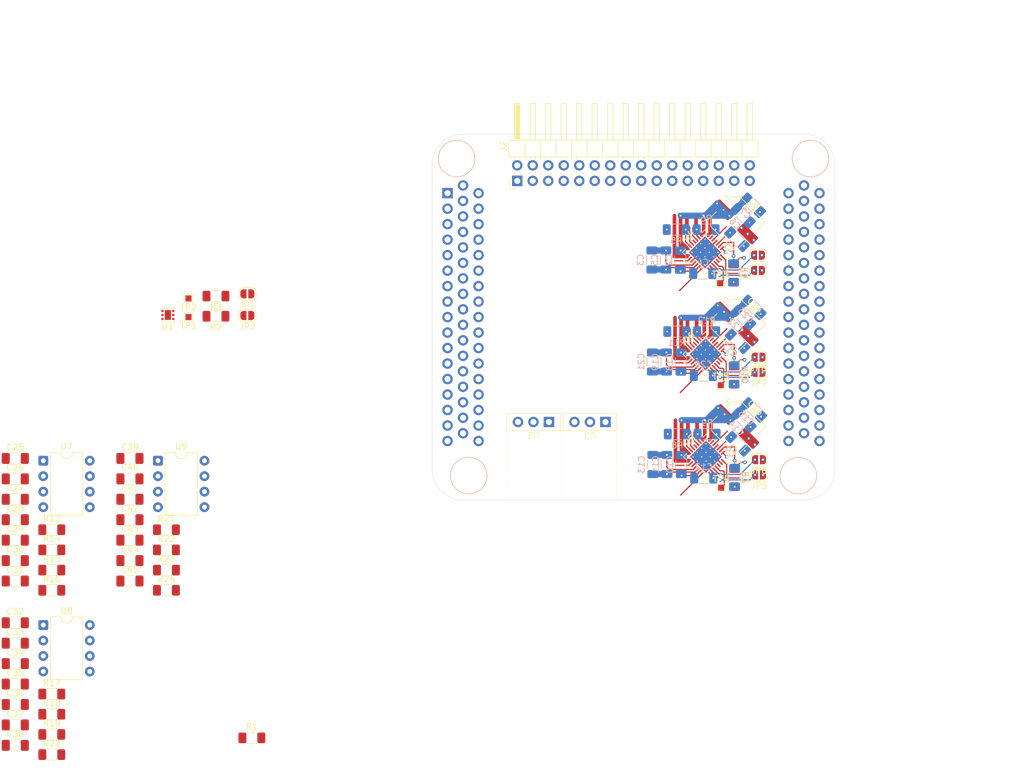
<source format=kicad_pcb>
(kicad_pcb (version 20241229) (generator "pcbnew") (generator_version "9.0")
  (layers (0 "F.Cu" signal) (4 "In1.Cu" power) (6 "In2.Cu" power) (2 "B.Cu" signal) (13 "F.Paste" user) (15 "B.Paste" user) (5 "F.SilkS" user "F.Silkscreen") (7 "B.SilkS" user "B.Silkscreen") (1 "F.Mask" user) (3 "B.Mask" user) (25 "Edge.Cuts" user))
  (net 0 "")
  (net 1 "GND")
  (net 2 "+3.3V")
  (net 3 "/Stepper Motor Driver - X/VCP")
  (net 4 "+MOTOR")
  (net 5 "Net-(U4-CPI)")
  (net 6 "Net-(U4-CPO)")
  (net 7 "Net-(U4-5VOUT)")
  (net 8 "/Stepper Motor Driver - Y/VCP")
  (net 9 "Net-(U5-CPO)")
  (net 10 "Net-(U5-CPI)")
  (net 11 "Net-(U5-5VOUT)")
  (net 12 "/Stepper Motor Driver - Z/VCP")
  (net 13 "Net-(U6-CPO)")
  (net 14 "Net-(U6-CPI)")
  (net 15 "Net-(U6-5VOUT)")
  (net 16 "Net-(D1-A)")
  (net 17 "Net-(D2-A)")
  (net 18 "Net-(D3-A)")
  (net 19 "+PLUGGED_BATTERY")
  (net 20 "+ENABLED_BATTERY")
  (net 21 "BATTERY_ENABLE")
  (net 22 "+PLUGGED_5V")
  (net 23 "+PLUGGED_3.3V")
  (net 24 "+5V")
  (net 25 "BURNWIRE_VOLTAGE")
  (net 26 "MOTOR_DRIVER_A1_X")
  (net 27 "MOTOR_DRIVER_A2_X")
  (net 28 "MOTOR_DRIVER_B1_X")
  (net 29 "MOTOR_DRIVER_B2_X")
  (net 30 "MOTOR_DRIVER_B1_Y")
  (net 31 "MOTOR_DRIVER_A1_Y")
  (net 32 "MOTOR_DRIVER_B2_Y")
  (net 33 "MOTOR_DRIVER_A2_Y")
  (net 34 "MOTOR_DRIVER_A1_Z")
  (net 35 "MOTOR_DRIVER_B1_Z")
  (net 36 "MOTOR_DRIVER_B2_Z")
  (net 37 "MOTOR_DRIVER_A2_Z")
  (net 41 "+BATT-1")
  (net 42 "MOTOR_STEP_X")
  (net 43 "MOTOR_STEP_Z")
  (net 45 "+TE-1")
  (net 48 "MOTOR_DIR_X")
  (net 50 "+BATT-2")
  (net 51 "MOTOR_STEP_Y")
  (net 54 "MOTOR_DIR_Y")
  (net 55 "MOTOR_DIR_Z")
  (net 56 "/Stepper Motor Driver - X/VREF")
  (net 57 "/Stepper Motor Driver - X/SPREAD")
  (net 58 "+TE-3")
  (net 62 "+GSE-1")
  (net 64 "+TE-RB")
  (net 65 "+TE-2")
  (net 66 "+GSE-2")
  (net 67 "+TE-RA")
  (net 135 "MOTOR_UART_TX")
  (net 136 "MOTOR_UART_RX")
  (net 137 "/Stepper Motor Driver - X/DISABLE")
  (net 138 "Net-(U4-BRB)")
  (net 139 "Net-(U4-BRA)")
  (net 140 "Net-(U5-BRB)")
  (net 141 "Net-(U5-BRA)")
  (net 142 "Net-(U6-BRB)")
  (net 143 "Net-(U6-BRA)")
  (net 144 "Net-(U4-DIAG)")
  (net 145 "Net-(U5-DIAG)")
  (net 146 "Net-(U6-DIAG)")
  (net 147 "Net-(JP3-B)")
  (net 150 "Net-(JP5-B)")
  (net 153 "Net-(JP4-B)")
  (net 155 "Net-(JP6-B)")
  (net 156 "Net-(JP7-B)")
  (net 158 "MOTOR_DISABLE")
  (net 159 "Net-(U7-OSC)")
  (net 160 "BURNWIRE_ENABLE")
  (net 161 "Net-(C29-Pad2)")
  (net 162 "Net-(U7-BOOT)")
  (net 163 "Net-(U8-OSC)")
  (net 164 "Net-(C36-Pad2)")
  (net 165 "Net-(U8-BOOT)")
  (net 166 "Net-(U9-OSC)")
  (net 167 "Net-(C43-Pad2)")
  (net 168 "Net-(U9-BOOT)")
  (net 169 "+BURNWIRE")
  (net 170 "Net-(U7-COMP)")
  (net 171 "Net-(U7-FB)")
  (net 172 "Net-(U8-COMP)")
  (net 173 "Net-(U8-FB)")
  (net 174 "Net-(U9-COMP)")
  (net 175 "Net-(U9-FB)")
  (net 176 "Net-(JP8-B)")
  (footprint "Capacitor_SMD:C_1206_3216Metric_Pad1.33x1.80mm_HandSolder" (layer "F.Cu") (at 48.68 166.88)
    (property "Reference" "C37")
    (property "Value" "10n")
  )
  (footprint "pcb:StackConnector" (layer "F.Cu") (at 150 100)
    (property "Reference" "J1" (hide yes))
    (property "Value" "~" (hide yes))
    (fp_line (start -33 25) (end -33 -25) (stroke (width 0.05)) (layer "Edge.Cuts"))
    (fp_line (start -28 -30) (end 28 -30) (stroke (width 0.05)) (layer "Edge.Cuts"))
    (fp_line (start 28 30) (end -28 30) (stroke (width 0.05)) (layer "Edge.Cuts"))
    (fp_line (start 33 -25) (end 33 25) (stroke (width 0.05)) (layer "Edge.Cuts"))
    (fp_arc (start -33 -25) (mid -31.535534 -28.535534) (end -28 -30) (stroke (width 0.05)) (layer "Edge.Cuts"))
    (fp_arc (start -28 30) (mid -31.535534 28.535534) (end -33 25) (stroke (width 0.05)) (layer "Edge.Cuts"))
    (fp_arc (start 28 -30) (mid 31.535534 -28.535534) (end 33 -25) (stroke (width 0.05)) (layer "Edge.Cuts"))
    (fp_arc (start 33 25) (mid 31.535534 28.535534) (end 28 30) (stroke (width 0.05)) (layer "Edge.Cuts"))
  )
  (footprint "Capacitor_SMD:C_1206_3216Metric_Pad1.33x1.80mm_HandSolder" (layer "F.Cu") (at 67.47 139.93)
    (property "Reference" "C44")
    (property "Value" "10n")
  )
  (footprint "Capacitor_SMD:C_1206_3216Metric_Pad1.33x1.80mm_HandSolder" (layer "F.Cu") (at 67.47 143.28)
    (property "Reference" "C45")
    (property "Value" "100n")
  )
  (footprint "LED_SMD:LED_1206_3216Metric_Pad1.42x1.75mm_HandSolder" (layer "F.Cu") (at 166.565166 126.321753 -90)
    (property "Reference" "D2")
    (property "Value" "YELLOW")
  )
  (footprint "Resistor_SMD:R_1206_3216Metric_Pad1.30x1.75mm_HandSolder" (layer "F.Cu") (at 54.66 141.49)
    (property "Reference" "R15")
    (property "Value" "0")
  )
  (footprint "Capacitor_SMD:CP_Elec_6.3x5.4" (layer "F.Cu") (at 166.820102 101.120101 -45)
    (property "Reference" "C24")
    (property "Value" "865080343009")
  )
  (footprint "Jumper:SolderJumper-2_P1.3mm_Open_RoundedPad1.0x1.5mm" (layer "F.Cu") (at 86.7175 99.745 180)
    (property "Reference" "JP2")
    (property "Value" "SolderJumper_2_Open")
  )
  (footprint "Resistor_SMD:R_1206_3216Metric_Pad1.30x1.75mm_HandSolder" (layer "F.Cu") (at 81.5675 96.555 180)
    (property "Reference" "R3")
    (property "Value" "20k")
  )
  (footprint "Capacitor_SMD:C_1206_3216Metric_Pad1.33x1.80mm_HandSolder" (layer "F.Cu") (at 48.68 123.18)
    (property "Reference" "C25")
    (property "Value" "1n")
  )
  (footprint "Resistor_SMD:R_1206_3216Metric_Pad1.30x1.75mm_HandSolder" (layer "F.Cu") (at 73.45 134.87)
    (property "Reference" "R21")
    (property "Value" "20k")
  )
  (footprint "Capacitor_SMD:CP_Elec_6.3x5.4" (layer "F.Cu") (at 166.893415 117.929354 -45)
    (property "Reference" "C16")
    (property "Value" "865080343009")
  )
  (footprint "pcb:Dummy" (layer "F.Cu") (at 150 100)
    (property "Reference" "N1" (hide yes))
    (property "Value" "Housing" (hide yes))
  )
  (footprint "Resistor_SMD:R_1206_3216Metric_Pad1.30x1.75mm_HandSolder" (layer "F.Cu") (at 81.5675 99.865 180)
    (property "Reference" "R2")
    (property "Value" "1k")
  )
  (footprint "Jumper:SolderJumper-2_P1.3mm_Open_RoundedPad1.0x1.5mm" (layer "F.Cu") (at 170.396447 92.346445 180)
    (property "Reference" "JP3" (hide yes))
    (property "Value" "SolderJumper_2_Open")
  )
  (footprint "pcb:D24V7Fx" (layer "F.Cu") (at 142.86 117.2 180)
    (property "Reference" "U3")
    (property "Value" "D24V7F3" (hide yes))
  )
  (footprint "Capacitor_SMD:C_1206_3216Metric_Pad1.33x1.80mm_HandSolder" (layer "F.Cu") (at 48.68 160.18)
    (property "Reference" "C35")
    (property "Value" "100n")
  )
  (footprint "Capacitor_SMD:C_1206_3216Metric_Pad1.33x1.80mm_HandSolder" (layer "F.Cu") (at 48.68 126.53)
    (property "Reference" "C26")
    (property "Value" "1n")
  )
  (footprint "Connector_PinHeader_2.54mm:PinHeader_2x16_P2.54mm_Horizontal" (layer "F.Cu") (at 130.945 77.66 90)
    (property "Reference" "J2")
    (property "Value" "PREC040DBAN-M71RC")
  )
  (footprint "Resistor_SMD:R_1206_3216Metric_Pad1.30x1.75mm_HandSolder" (layer "F.Cu") (at 73.45 141.49)
    (property "Reference" "R23")
    (property "Value" "0")
  )
  (footprint "Jumper:SolderJumper-2_P1.3mm_Open_RoundedPad1.0x1.5mm" (layer "F.Cu") (at 86.7175 96.195 180)
    (property "Reference" "JP1")
    (property "Value" "Jumper_2_Bridged")
  )
  (footprint "Capacitor_SMD:C_1206_3216Metric_Pad1.33x1.80mm_HandSolder" (layer "F.Cu") (at 67.47 123.18)
    (property "Reference" "C39")
    (property "Value" "1n")
  )
  (footprint "TestPoint:TestPoint_Pad_1.0x1.0mm" (layer "F.Cu") (at 77.0675 99.995 180)
    (property "Reference" "TP1")
    (property "Value" "TestPoint")
  )
  (footprint "Resistor_SMD:R_1206_3216Metric_Pad1.30x1.75mm_HandSolder" (layer "F.Cu") (at 54.66 138.18)
    (property "Reference" "R14")
    (property "Value" "9k1")
  )
  (footprint "Capacitor_SMD:C_1206_3216Metric_Pad1.33x1.80mm_HandSolder" (layer "F.Cu") (at 48.68 129.88)
    (property "Reference" "C27")
    (property "Value" "1n")
  )
  (footprint "TestPoint:TestPoint_Pad_1.0x1.0mm" (layer "F.Cu") (at 164.293073 111.171751)
    (property "Reference" "TP5")
    (property "Value" "TestPoint")
  )
  (footprint "Package_DFN_QFN:VQFN-28-1EP_5x5mm_P0.5mm_EP3.7x3.7mm_ThermalVias" (layer "F.Cu") (at 161.873314 122.909253 45)
    (property "Reference" "U5")
    (property "Value" "TMC2209-LA-T")
  )
  (footprint "LED_SMD:LED_1206_3216Metric_Pad1.42x1.75mm_HandSolder" (layer "F.Cu") (at 166.398779 92.784252 -90)
    (property "Reference" "D1")
    (property "Value" "YELLOW")
  )
  (footprint "Capacitor_SMD:C_1206_3216Metric_Pad1.33x1.80mm_HandSolder" (layer "F.Cu") (at 48.68 136.58)
    (property "Reference" "C29")
    (property "Value" "10n")
  )
  (footprint "Capacitor_SMD:CP_Elec_6.3x5.4" (layer "F.Cu") (at 166.727029 84.391851 -45)
    (property "Reference" "C8")
    (property "Value" "865080343009")
  )
  (footprint "TestPoint:TestPoint_Pad_1.0x1.0mm" (layer "F.Cu") (at 164.199998 94.443501)
    (property "Reference" "TP3")
    (property "Value" "TestPoint")
  )
  (footprint "Resistor_SMD:R_1206_3216Metric_Pad1.30x1.75mm_HandSolder" (layer "F.Cu") (at 73.45 144.8)
    (property "Reference" "R24")
    (property "Value" "0")
  )
  (footprint "Capacitor_SMD:C_1206_3216Metric_Pad1.33x1.80mm_HandSolder" (layer "F.Cu") (at 67.47 129.88)
    (property "Reference" "C41")
    (property "Value" "1n")
  )
  (footprint "Capacitor_SMD:C_1206_3216Metric_Pad1.33x1.80mm_HandSolder" (layer "F.Cu") (at 48.68 143.28)
    (property "Reference" "C31")
    (property "Value" "100n")
  )
  (footprint "Capacitor_SMD:C_1206_3216Metric_Pad1.33x1.80mm_HandSolder" (layer "F.Cu") (at 48.68 150.13)
    (property "Reference" "C32")
    (property "Value" "1n")
  )
  (footprint "Resistor_SMD:R_1206_3216Metric_Pad1.30x1.75mm_HandSolder" (layer "F.Cu") (at 54.66 161.82)
    (property "Reference" "R17")
    (property "Value" "20k")
  )
  (footprint "Package_DFN_QFN:VQFN-28-1EP_5x5mm_P0.5mm_EP3.7x3.7mm_ThermalVias" (layer "F.Cu") (at 161.706927 89.37175 45)
    (property "Reference" "U4")
    (property "Value" "TMC2209-LA-T")
  )
  (footprint "Capacitor_SMD:C_1206_3216Metric_Pad1.33x1.80mm_HandSolder" (layer "F.Cu") (at 48.68 163.53)
    (property "Reference" "C36")
    (property "Value" "10n")
  )
  (footprint "Jumper:SolderJumper-2_P1.3mm_Open_RoundedPad1.0x1.5mm" (layer "F.Cu") (at 170.48952 106.574695 180)
    (property "Reference" "JP8")
    (property "Value" "SolderJumper_2_Open")
  )
  (footprint "Capacitor_SMD:C_1206_3216Metric_Pad1.33x1.80mm_HandSolder" (layer "F.Cu") (at 67.47 133.23)
    (property "Reference" "C42")
    (property "Value" "100n")
  )
  (footprint "Capacitor_SMD:C_1206_3216Metric_Pad1.33x1.80mm_HandSolder" (layer "F.Cu") (at 48.68 153.48)
    (property "Reference" "C33")
    (property "Value" "1n")
  )
  (footprint "Jumper:SolderJumper-2_P1.3mm_Open_RoundedPad1.0x1.5mm" (layer "F.Cu") (at 170.48952 109.074695 180)
    (property "Reference" "JP7")
    (property "Value" "SolderJumper_2_Open")
  )
  (footprint "Capacitor_SMD:C_1206_3216Metric_Pad1.33x1.80mm_HandSolder" (layer "F.Cu") (at 67.47 136.58)
    (property "Reference" "C43")
    (property "Value" "10n")
  )
  (footprint "Capacitor_SMD:C_1206_3216Metric_Pad1.33x1.80mm_HandSolder" (layer "F.Cu") (at 48.68 170.23)
    (property "Reference" "C38")
    (property "Value" "100n")
  )
  (footprint "Capacitor_SMD:C_1206_3216Metric_Pad1.33x1.80mm_HandSolder" (layer "F.Cu") (at 48.68 139.93)
    (property "Reference" "C30")
    (property "Value" "10n")
  )
  (footprint "Resistor_SMD:R_1206_3216Metric_Pad1.30x1.75mm_HandSolder" (layer "F.Cu") (at 54.66 171.75)
    (property "Reference" "R20")
    (property "Value" "0")
  )
  (footprint "Capacitor_SMD:C_1206_3216Metric_Pad1.33x1.80mm_HandSolder" (layer "F.Cu") (at 67.47 126.53)
    (property "Reference" "C40")
    (property "Value" "1n")
  )
  (footprint "Resistor_SMD:R_1206_3216Metric_Pad1.30x1.75mm_HandSolder" (layer "F.Cu") (at 87.45 169)
    (property "Reference" "R1")
    (property "Value" "1k")
  )
  (footprint "Resistor_SMD:R_1206_3216Metric_Pad1.30x1.75mm_HandSolder" (layer "F.Cu") (at 54.66 134.87)
    (property "Reference" "R13")
    (property "Value" "20k")
  )
  (footprint "Resistor_SMD:R_1206_3216Metric_Pad1.30x1.75mm_HandSolder" (layer "F.Cu") (at 54.66 144.8)
    (property "Reference" "R16")
    (property "Value" "0")
  )
  (footprint "pcb:D24V7Fx" (layer "F.Cu") (at 133.6 117.2 180)
    (property "Reference" "U2")
    (property "Value" "D24V7F5" (hide yes))
  )
  (footprint "Jumper:SolderJumper-2_P1.3mm_Open_RoundedPad1.0x1.5mm" (layer "F.Cu") (at 170.562833 125.883948 180)
    (property "Reference" "JP5")
    (property "Value" "SolderJumper_2_Open")
  )
  (footprint "Package_SON:WSON-6-1EP_2x2mm_P0.65mm_EP1x1.6mm" (layer "F.Cu") (at 73.6875 99.65 180)
    (property "Reference" "U1")
    (property "Value" "TPS22810DRV")
  )
  (footprint "Package_DIP:DIP-8_W7.62mm" (layer "F.Cu") (at 53.27 150.5)
    (property "Reference" "U8")
    (property "Value" "L4978")
  )
  (footprint "Capacitor_SMD:C_1206_3216Metric_Pad1.33x1.80mm_HandSolder" (layer "F.Cu") (at 48.68 156.83)
    (property "Reference" "C34")
    (property "Value" "1n")
  )
  (footprint "LED_SMD:LED_1206_3216Metric_Pad1.42x1.75mm_HandSolder" (layer "F.Cu") (at 166.491853 109.5125 -90)
    (property "Reference" "D3")
    (property "Value" "YELLOW")
  )
  (footprint "Package_DFN_QFN:VQFN-28-1EP_5x5mm_P0.5mm_EP3.7x3.7mm_ThermalVias" (layer "F.Cu") (at 161.800001 106.1 45)
    (property "Reference" "U6")
    (property "Value" "TMC2209-LA-T")
  )
  (footprint "Capacitor_SMD:C_1206_3216Metric_Pad1.33x1.80mm_HandSolder" (layer "F.Cu") (at 48.68 133.23)
    (property "Reference" "C28")
    (property "Value" "100n")
  )
  (footprint "Resistor_SMD:R_1206_3216Metric_Pad1.30x1.75mm_HandSolder" (layer "F.Cu") (at 73.45 138.18)
    (property "Reference" "R22")
    (property "Value" "9k1")
  )
  (footprint "TestPoint:TestPoint_Pad_1.0x1.0mm" (layer "F.Cu") (at 164.366386 127.981004)
    (property "Reference" "TP4")
    (property "Value" "TestPoint")
  )
  (footprint "Jumper:SolderJumper-2_P1.3mm_Open_RoundedPad1.0x1.5mm" (layer "F.Cu") (at 170.396446 89.846446 180)
    (property "Reference" "JP4" (hide yes))
    (property "Value" "SolderJumper_2_Open")
  )
  (footprint "Package_DIP:DIP-8_W7.62mm" (layer "F.Cu") (at 72.06 123.55)
    (property "Reference" "U9")
    (property "Value" "L4978")
  )
  (footprint "Jumper:SolderJumper-2_P1.3mm_Open_RoundedPad1.0x1.5mm" (layer "F.Cu") (at 170.562833 123.383948 180)
    (property "Reference" "JP6")
    (property "Value" "SolderJumper_2_Open")
  )
  (footprint "TestPoint:TestPoint_Pad_1.0x1.0mm" (layer "F.Cu") (at 77.0675 96.945 180)
    (property "Reference" "TP2")
    (property "Value" "TestPoint")
  )
  (footprint "Package_DIP:DIP-8_W7.62mm" (layer "F.Cu") (at 53.27 123.55)
    (property "Reference" "U7")
    (property "Value" "L4978")
  )
  (footprint "Resistor_SMD:R_1206_3216Metric_Pad1.30x1.75mm_HandSolder" (layer "F.Cu") (at 54.66 165.13)
    (property "Reference" "R18")
    (property "Value" "9k1")
  )
  (footprint "Resistor_SMD:R_1206_3216Metric_Pad1.30x1.75mm_HandSolder" (layer "F.Cu") (at 54.66 168.44)
    (property "Reference" "R19")
    (property "Value" "0")
  )
  (footprint "Capacitor_SMD:C_1206_3216Metric_Pad1.33x1.80mm_HandSolder" (layer "B.Cu") (at 153.100001 107.3625 -90)
    (property "Reference" "C21")
    (property "Value" "10n")
  )
  (footprint "Capacitor_SMD:C_1206_3216Metric_Pad1.33x1.80mm_HandSolder" (layer "B.Cu") (at 168.078168 116.914107 -45)
    (property "Reference" "C14")
    (property "Value" "100n")
  )
  (footprint "Capacitor_SMD:C_1206_3216Metric_Pad1.33x1.80mm_HandSolder" (layer "B.Cu") (at 168.004855 100.104854 -45)
    (property "Reference" "C22")
    (property "Value" "100n")
  )
  (footprint "Capacitor_SMD:C_1206_3216Metric_Pad1.33x1.80mm_HandSolder" (layer "B.Cu") (at 157.76881 107.383295 -90)
    (property "Reference" "C18")
    (property "Value" "100n")
  )
  (footprint "Resistor_SMD:R_1206_3216Metric_Pad1.30x1.75mm_HandSolder" (layer "B.Cu") (at 161.896445 85.646445 180)
    (property "Reference" "R6")
    (property "Value" "RL1206FR-070R05L")
  )
  (footprint "Capacitor_SMD:C_1206_3216Metric_Pad1.33x1.80mm_HandSolder" (layer "B.Cu") (at 157.675737 90.655047 -90)
    (property "Reference" "C2")
    (property "Value" "100n")
  )
  (footprint "Capacitor_SMD:C_1206_3216Metric_Pad1.33x1.80mm_HandSolder" (layer "B.Cu") (at 167.911781 83.376604 -45)
    (property "Reference" "C6")
    (property "Value" "100n")
  )
  (footprint "Capacitor_SMD:C_1206_3216Metric_Pad1.33x1.80mm_HandSolder" (layer "B.Cu") (at 153.173314 124.171753 -90)
    (property "Reference" "C13")
    (property "Value" "10n")
  )
  (footprint "Capacitor_SMD:C_1206_3216Metric_Pad1.33x1.80mm_HandSolder" (layer "B.Cu") (at 155.400001 107.3625 -90)
    (property "Reference" "C19")
    (property "Value" "10n")
  )
  (footprint "Capacitor_SMD:C_1206_3216Metric_Pad1.33x1.80mm_HandSolder" (layer "B.Cu") (at 155.306926 90.634251 -90)
    (property "Reference" "C5")
    (property "Value" "10n")
  )
  (footprint "Resistor_SMD:R_1206_3216Metric_Pad1.30x1.75mm_HandSolder" (layer "B.Cu") (at 156.996445 85.646447)
    (property "Reference" "R5")
    (property "Value" "RL1206FR-070R05L")
  )
  (footprint "Resistor_SMD:R_1206_3216Metric_Pad1.30x1.75mm_HandSolder" (layer "B.Cu") (at 157.089518 102.374695)
    (property "Reference" "R11")
    (property "Value" "RL1206FR-070R05L")
  )
  (footprint "Capacitor_SMD:C_1206_3216Metric_Pad1.33x1.80mm_HandSolder" (layer "B.Cu") (at 169.611782 81.676604 -45)
    (property "Reference" "C7")
    (property "Value" "100n")
  )
  (footprint "Resistor_SMD:R_1206_3216Metric_Pad1.30x1.75mm_HandSolder" (layer "B.Cu") (at 157.162831 119.183948)
    (property "Reference" "R8")
    (property "Value" "RL1206FR-070R05L")
  )
  (footprint "Capacitor_SMD:C_1206_3216Metric_Pad1.33x1.80mm_HandSolder" (layer "B.Cu") (at 153.006928 90.634252 -90)
    (property "Reference" "C3")
    (property "Value" "10n")
  )
  (footprint "Resistor_SMD:R_1206_3216Metric_Pad1.30x1.75mm_HandSolder" (layer "B.Cu") (at 161.989517 102.374695 180)
    (property "Reference" "R12")
    (property "Value" "RL1206FR-070R05L")
  )
  (footprint "Capacitor_SMD:C_1206_3216Metric_Pad1.33x1.80mm_HandSolder" (layer "B.Cu") (at 161.344428 92.863603 180)
    (property "Reference" "C4")
    (property "Value" "2u2")
  )
  (footprint "Capacitor_SMD:C_1206_3216Metric_Pad1.33x1.80mm_HandSolder" (layer "B.Cu") (at 169.704855 98.404854 -45)
    (property "Reference" "C23")
    (property "Value" "100n")
  )
  (footprint "Resistor_SMD:R_1206_3216Metric_Pad1.30x1.75mm_HandSolder" (layer "B.Cu") (at 166.39878 92.721749 90)
    (property "Reference" "R4")
    (property "Value" "2k")
  )
  (footprint "Capacitor_SMD:C_1206_3216Metric_Pad1.33x1.80mm_HandSolder" (layer "B.Cu") (at 167.044374 103.979549 -45)
    (property "Reference" "C17")
    (property "Value" "100n")
  )
  (footprint "Resistor_SMD:R_1206_3216Metric_Pad1.30x1.75mm_HandSolder" (layer "B.Cu") (at 162.062831 119.183948 180)
    (property "Reference" "R9")
    (property "Value" "RL1206FR-070R05L")
  )
  (footprint "Resistor_SMD:R_1206_3216Metric_Pad1.30x1.75mm_HandSolder" (layer "B.Cu") (at 166.565166 126.259252 90)
    (property "Reference" "R7")
    (property "Value" "2k")
  )
  (footprint "Capacitor_SMD:C_1206_3216Metric_Pad1.33x1.80mm_HandSolder" (layer "B.Cu") (at 157.842123 124.192548 -90)
    (property "Reference" "C10")
    (property "Value" "100n")
  )
  (footprint "Resistor_SMD:R_1206_3216Metric_Pad1.30x1.75mm_HandSolder" (layer "B.Cu") (at 166.491852 109.449998 90)
    (property "Reference" "R10")
    (property "Value" "2k")
  )
  (footprint "Capacitor_SMD:C_1206_3216Metric_Pad1.33x1.80mm_HandSolder" (layer "B.Cu") (at 169.778168 115.214107 -45)
    (property "Reference" "C15")
    (property "Value" "100n")
  )
  (footprint "Capacitor_SMD:C_1206_3216Metric_Pad1.33x1.80mm_HandSolder" (layer "B.Cu") (at 155.473313 124.171753 -90)
    (property "Reference" "C11")
    (property "Value" "10n")
  )
  (footprint "Capacitor_SMD:C_1206_3216Metric_Pad1.33x1.80mm_HandSolder" (layer "B.Cu") (at 161.510815 126.401105 180)
    (property "Reference" "C12")
    (property "Value" "2u2")
  )
  (footprint "Capacitor_SMD:C_1206_3216Metric_Pad1.33x1.80mm_HandSolder" (layer "B.Cu") (at 166.951298 87.251299 -45)
    (property "Reference" "C1")
    (property "Value" "100n")
  )
  (footprint "Capacitor_SMD:C_1206_3216Metric_Pad1.33x1.80mm_HandSolder" (layer "B.Cu") (at 167.117686 120.788802 -45)
    (property "Reference" "C9")
    (property "Value" "100n")
  )
  (footprint "Capacitor_SMD:C_1206_3216Metric_Pad1.33x1.80mm_HandSolder" (layer "B.Cu") (at 161.437501 109.591852 180)
    (property "Reference" "C20")
    (property "Value" "2u2")
  )
  (segment (start 166.39878 91.29675) (end 167.423779 90.271751) (width 0.2) (layer "F.Cu") (net 1))
  (segment (start 166.491853 108.025) (end 167.516853 107) (width 0.2) (layer "F.Cu") (net 1))
  (segment (start 167.590166 123.809253) (end 168.265166 123.809253) (width 0.2) (layer "F.Cu") (net 1))
  (segment (start 163.287527 122.909253) (end 161.873314 122.909253) (width 0.2) (layer "F.Cu") (net 1))
  (segment (start 163.214214 106.1) (end 161.800001 106.1) (width 0.2) (layer "F.Cu") (net 1))
  (segment (start 163.43934 87.639339) (end 161.706927 89.37175) (width 0.2) (layer "F.Cu") (net 1))
  (segment (start 163.121139 89.37175) (end 161.706927 89.37175) (width 0.2) (layer "F.Cu") (net 1))
  (segment (start 164.239519 107.125305) (end 163.214214 106.1) (width 0.2) (layer "F.Cu") (net 1))
  (segment (start 166.565166 124.834253) (end 167.590166 123.809253) (width 0.2) (layer "F.Cu") (net 1))
  (segment (start 161.166207 122.909253) (end 161.873314 122.909253) (width 0.2) (layer "F.Cu") (net 1))
  (segment (start 159.714037 107.478858) (end 161.092894 106.1) (width 0.2) (layer "F.Cu") (net 1))
  (segment (start 167.516853 107) (end 168.191853 107) (width 0.2) (layer "F.Cu") (net 1))
  (segment (start 167.423779 90.271751) (end 168.098779 90.27175) (width 0.2) (layer "F.Cu") (net 1))
  (segment (start 161.092894 106.1) (end 161.800001 106.1) (width 0.2) (layer "F.Cu") (net 1))
  (segment (start 160.999821 89.37175) (end 161.706927 89.37175) (width 0.2) (layer "F.Cu") (net 1))
  (segment (start 163.605727 121.176841) (end 161.873314 122.909253) (width 0.2) (layer "F.Cu") (net 1))
  (segment (start 164.312832 123.934558) (end 163.287527 122.909253) (width 0.2) (layer "F.Cu") (net 1))
  (segment (start 163.532413 104.367588) (end 161.800001 106.1) (width 0.2) (layer "F.Cu") (net 1))
  (segment (start 164.146445 90.397057) (end 163.121139 89.37175) (width 0.2) (layer "F.Cu") (net 1))
  (segment (start 159.620963 90.750609) (end 160.999821 89.37175) (width 0.2) (layer "F.Cu") (net 1))
  (segment (start 159.787349 124.288111) (end 161.166207 122.909253) (width 0.2) (layer "F.Cu") (net 1))
  (via (at 170.883022 116.318961) (size 0.6) (drill 0.3) (layers "F.Cu" "B.Cu") (net 1))
  (via (at 169.016636 84.481458) (size 0.6) (drill 0.3) (layers "F.Cu" "B.Cu") (net 1))
  (via (at 155.446443 85.646446) (size 0.6) (drill 0.3) (layers "F.Cu" "B.Cu") (net 1))
  (via (at 163.53952 102.374695) (size 0.6) (drill 0.3) (layers "F.Cu" "B.Cu") (net 1))
  (via (at 170.716637 82.781459) (size 0.6) (drill 0.3) (layers "F.Cu" "B.Cu") (net 1))
  (via (at 163.446446 85.646445) (size 0.6) (drill 0.3) (layers "F.Cu" "B.Cu") (net 1))
  (via (at 169.873314 120.909253) (size 0.6) (drill 0.3) (layers "F.Cu" "B.Cu") (net 1))
  (via (at 167.873314 118.909253) (size 0.6) (drill 0.3) (layers "F.Cu" "B.Cu") (net 1))
  (via (at 168.873314 119.909253) (size 0.6) (drill 0.3) (layers "F.Cu" "B.Cu") (net 1))
  (via (at 155.61283 119.183948) (size 0.6) (drill 0.3) (layers "F.Cu" "B.Cu") (net 1))
  (via (at 155.539517 102.374695) (size 0.6) (drill 0.3) (layers "F.Cu" "B.Cu") (net 1))
  (via (at 167.706928 85.37175) (size 0.6) (drill 0.3) (layers "F.Cu" "B.Cu") (net 1))
  (via (at 168.800001 103.1) (size 0.6) (drill 0.3) (layers "F.Cu" "B.Cu") (net 1))
  (via (at 169.109709 101.209708) (size 0.6) (drill 0.3) (layers "F.Cu" "B.Cu") (net 1))
  (via (at 168.706928 86.37175) (size 0.6) (drill 0.3) (layers "F.Cu" "B.Cu") (net 1))
  (via (at 168.265166 123.809253) (size 0.6) (drill 0.3) (layers "F.Cu" "B.Cu") (net 1))
  (via (at 168.22254 121.893656) (size 0.6) (drill 0.3) (layers "F.Cu" "B.Cu") (net 1))
  (via (at 168.056153 88.356154) (size 0.6) (drill 0.3) (layers "F.Cu" "B.Cu") (net 1))
  (via (at 168.149226 105.084402) (size 0.6) (drill 0.3) (layers "F.Cu" "B.Cu") (net 1))
  (via (at 169.183022 118.018961) (size 0.6) (drill 0.3) (layers "F.Cu" "B.Cu") (net 1))
  (via (at 169.706927 87.371749) (size 0.6) (drill 0.3) (layers "F.Cu" "B.Cu") (net 1))
  (via (at 168.098779 90.27175) (size 0.6) (drill 0.3) (layers "F.Cu" "B.Cu") (net 1))
  (via (at 170.809709 99.509708) (size 0.6) (drill 0.3) (layers "F.Cu" "B.Cu") (net 1))
  (via (at 168.191853 107) (size 0.6) (drill 0.3) (layers "F.Cu" "B.Cu") (net 1))
  (via (at 167.800001 102.1) (size 0.6) (drill 0.3) (layers "F.Cu" "B.Cu") (net 1))
  (via (at 169.800001 104.100001) (size 0.6) (drill 0.3) (layers "F.Cu" "B.Cu") (net 1))
  (via (at 163.612832 119.183948) (size 0.6) (drill 0.3) (layers "F.Cu" "B.Cu") (net 1))
  (segment (start 164.500001 88.764823) (end 164.500001 88.7) (width 0.2) (layer "F.Cu") (net 2))
  (segment (start 164.593073 105.493072) (end 164.593073 105.428249) (width 0.2) (layer "F.Cu") (net 2))
  (segment (start 165.273314 122.909253) (end 164.666386 122.302325) (width 0.2) (layer "F.Cu") (net 2))
  (segment (start 164.666386 122.302325) (end 164.666386 122.237502) (width 0.2) (layer "F.Cu") (net 2))
  (segment (start 165.106927 89.37175) (end 164.500001 88.764823) (width 0.2) (layer "F.Cu") (net 2))
  (segment (start 165.200001 106.1) (end 164.593073 105.493072) (width 0.2) (layer "F.Cu") (net 2))
  (via (at 166.012832 119.683948) (size 0.6) (drill 0.3) (layers "F.Cu" "B.Cu") (net 2))
  (via (at 171.046446 92.346445) (size 0.6) (drill 0.3) (layers "F.Cu" "B.Cu") (net 2))
  (via (at 171.139519 109.074695) (size 0.6) (drill 0.3) (layers "F.Cu" "B.Cu") (net 2))
  (via (at 171.139519 106.574695) (size 0.6) (drill 0.3) (layers "F.Cu" "B.Cu") (net 2))
  (via (at 165.273314 122.909253) (size 0.6) (drill 0.3) (layers "F.Cu" "B.Cu") (net 2))
  (via (at 165.846445 86.146446) (size 0.6) (drill 0.3) (layers "F.Cu" "B.Cu") (net 2))
  (via (at 171.212832 125.883948) (size 0.6) (drill 0.3) (layers "F.Cu" "B.Cu") (net 2))
  (via (at 165.939519 102.874695) (size 0.6) (drill 0.3) (layers "F.Cu" "B.Cu") (net 2))
  (via (at 171.046446 89.846445) (size 0.6) (drill 0.3) (layers "F.Cu" "B.Cu") (net 2))
  (via (at 171.212832 123.383948) (size 0.6) (drill 0.3) (layers "F.Cu" "B.Cu") (net 2))
  (via (at 165.106927 89.37175) (size 0.6) (drill 0.3) (layers "F.Cu" "B.Cu") (net 2))
  (via (at 165.200001 106.1) (size 0.6) (drill 0.3) (layers "F.Cu" "B.Cu") (net 2))
  (segment (start 157.706928 92.47175) (end 160.006928 92.47175) (width 0.2) (layer "F.Cu") (net 3))
  (segment (start 160.66741 91.811268) (end 160.681623 91.811268) (width 0.2) (layer "F.Cu") (net 3))
  (segment (start 160.006928 92.47175) (end 160.66741 91.811268) (width 0.2) (layer "F.Cu") (net 3))
  (via (at 157.706928 92.47175) (size 0.6) (drill 0.3) (layers "F.Cu" "B.Cu") (net 3))
  (segment (start 157.799 104.398511) (end 158.917834 105.517344) (width 0.6) (layer "F.Cu") (net 4))
  (segment (start 161.600001 100.1) (end 161.600001 102.835177) (width 0.6) (layer "F.Cu") (net 4))
  (segment (start 157.873314 116.909253) (end 157.872314 116.910253) (width 0.6) (layer "F.Cu") (net 4))
  (segment (start 161.673314 119.64443) (end 161.290658 120.027086) (width 0.6) (layer "F.Cu") (net 4))
  (segment (start 157.799 104.398511) (end 157.800001 104.399512) (width 0.2) (layer "F.Cu") (net 4))
  (segment (start 157.799001 100.101) (end 157.799 104.398511) (width 0.6) (layer "F.Cu") (net 4))
  (segment (start 157.872314 116.910253) (end 157.872314 121.207764) (width 0.6) (layer "F.Cu") (net 4))
  (segment (start 161.673314 116.909254) (end 161.673314 119.64443) (width 0.6) (layer "F.Cu") (net 4))
  (segment (start 157.705928 87.670261) (end 157.706928 87.671261) (width 0.2) (layer "F.Cu") (net 4))
  (segment (start 157.800001 100.1) (end 157.799001 100.101) (width 0.6) (layer "F.Cu") (net 4))
  (segment (start 157.800001 104.399512) (end 157.800001 105.8) (width 0.6) (layer "F.Cu") (net 4))
  (segment (start 161.600001 102.835177) (end 161.217345 103.217833) (width 0.6) (layer "F.Cu") (net 4))
  (segment (start 157.705927 83.372751) (end 157.705928 87.670261) (width 0.6) (layer "F.Cu") (net 4))
  (segment (start 161.506929 86.106927) (end 161.124272 86.489583) (width 0.6) (layer "F.Cu") (net 4))
  (segment (start 157.872314 121.207764) (end 158.991147 122.326597) (width 0.6) (layer "F.Cu") (net 4))
  (segment (start 157.706928 83.371751) (end 157.705927 83.372751) (width 0.6) (layer "F.Cu") (net 4))
  (segment (start 157.705928 87.670261) (end 158.824762 88.789095) (width 0.6) (layer "F.Cu") (net 4))
  (segment (start 157.706928 87.671261) (end 157.706928 89.07175) (width 0.6) (layer "F.Cu") (net 4))
  (segment (start 157.873314 121.208764) (end 157.873314 122.609253) (width 0.6) (layer "F.Cu") (net 4))
  (segment (start 161.506926 83.371751) (end 161.506929 86.106927) (width 0.6) (layer "F.Cu") (net 4))
  (segment (start 157.872314 121.207764) (end 157.873314 121.208764) (width 0.2) (layer "F.Cu") (net 4))
  (via (at 163.800001 98.1) (size 0.6) (drill 0.3) (layers "F.Cu" "B.Cu") (net 4))
  (via (at 157.873314 116.909253) (size 0.6) (drill 0.3) (layers "F.Cu" "B.Cu") (net 4))
  (via (at 157.800001 100.1) (size 0.6) (drill 0.3) (layers "F.Cu" "B.Cu") (net 4))
  (via (at 164.74713 82.411954) (size 0.6) (drill 0.3) (layers "F.Cu" "B.Cu") (net 4))
  (via (at 157.706928 89.07175) (size 0.6) (drill 0.3) (layers "F.Cu" "B.Cu") (net 4))
  (via (at 157.873314 122.609253) (size 0.6) (drill 0.3) (layers "F.Cu" "B.Cu") (net 4))
  (via (at 164.913516 115.949455) (size 0.6) (drill 0.3) (layers "F.Cu" "B.Cu") (net 4))
  (via (at 161.673314 116.909254) (size 0.6) (drill 0.3) (layers "F.Cu" "B.Cu") (net 4))
  (via (at 161.506926 83.371751) (size 0.6) (drill 0.3) (layers "F.Cu" "B.Cu") (net 4))
  (via (at 163.706929 81.371751) (size 0.6) (drill 0.3) (layers "F.Cu" "B.Cu") (net 4))
  (via (at 165.800001 100.1) (size 0.6) (drill 0.3) (layers "F.Cu" "B.Cu") (net 4))
  (via (at 165.873314 116.909253) (size 0.6) (drill 0.3) (layers "F.Cu" "B.Cu") (net 4))
  (via (at 157.800001 105.8) (size 0.6) (drill 0.3) (layers "F.Cu" "B.Cu") (net 4))
  (via (at 164.840203 99.140202) (size 0.6) (drill 0.3) (layers "F.Cu" "B.Cu") (net 4))
  (via (at 157.706928 83.371751) (size 0.6) (drill 0.3) (layers "F.Cu" "B.Cu") (net 4))
  (via (at 165.706929 83.371751) (size 0.6) (drill 0.3) (layers "F.Cu" "B.Cu") (net 4))
  (via (at 161.600001 100.1) (size 0.6) (drill 0.3) (layers "F.Cu" "B.Cu") (net 4))
  (via (at 163.873314 114.909253) (size 0.6) (drill 0.3) (layers "F.Cu" "B.Cu") (net 4))
  (segment (start 165.706929 83.371751) (end 163.666725 83.371751) (width 1) (layer "B.Cu") (net 4))
  (segment (start 163.800001 98.1) (end 163.800001 98.140202) (width 1) (layer "B.Cu") (net 4))
  (segment (start 165.800001 100.1) (end 166.900001 99) (width 1) (layer "B.Cu") (net 4))
  (segment (start 166.900001 99) (end 168.600001 97.3) (width 1) (layer "B.Cu") (net 4))
  (segment (start 163.800001 98.140202) (end 162.8 99.140202) (width 1) (layer "B.Cu") (net 4))
  (segment (start 163.873314 114.909253) (end 163.873314 114.949455) (width 1) (layer "B.Cu") (net 4))
  (segment (start 164.840203 99.140202) (end 163.800001 98.1) (width 1) (layer "B.Cu") (net 4))
  (segment (start 161.600001 100.1) (end 157.800001 100.1) (width 1) (layer "B.Cu") (net 4))
  (segment (start 161.506926 83.371751) (end 161.747131 83.371751) (width 1) (layer "B.Cu") (net 4))
  (segment (start 164.913516 115.949455) (end 165.873314 116.909253) (width 1) (layer "B.Cu") (net 4))
  (segment (start 161.506926 83.371751) (end 163.666725 83.371751) (width 1) (layer "B.Cu") (net 4))
  (segment (start 163.706928 81.411952) (end 162.706928 82.411952) (width 1) (layer "B.Cu") (net 4))
  (segment (start 163.666725 83.371751) (end 162.706928 82.411952) (width 1) (layer "B.Cu") (net 4))
  (segment (start 161.673314 116.909254) (end 157.873314 116.909253) (width 1) (layer "B.Cu") (net 4))
  (segment (start 165.873314 116.909253) (end 163.833112 116.909253) (width 1) (layer "B.Cu") (net 4))
  (segment (start 165.706929 83.371751) (end 166.806928 82.27175) (width 1) (layer "B.Cu") (net 4))
  (segment (start 166.806928 82.27175) (end 168.506929 80.571751) (width 1) (layer "B.Cu") (net 4))
  (segment (start 164.840203 99.140202) (end 165.800001 100.1) (width 1) (layer "B.Cu") (net 4))
  (segment (start 164.74713 82.411954) (end 165.706929 83.371751) (width 1) (layer "B.Cu") (net 4))
  (segment (start 162.706928 82.411952) (end 164.74713 82.411954) (width 1) (layer "B.Cu") (net 4))
  (segment (start 163.706929 81.371751) (end 163.706928 81.411952) (width 1) (layer "B.Cu") (net 4))
  (segment (start 161.840203 100.1) (end 162.8 99.140202) (width 1) (layer "B.Cu") (net 4))
  (segment (start 161.673314 116.909254) (end 163.833112 116.909253) (width 1) (layer "B.Cu") (net 4))
  (segment (start 163.873314 114.949455) (end 162.873314 115.949455) (width 1) (layer "B.Cu") (net 4))
  (segment (start 165.800001 100.1) (end 163.7598 100.1) (width 1) (layer "B.Cu") (net 4))
  (segment (start 161.913516 116.909253) (end 162.873314 115.949455) (width 1) (layer "B.Cu") (net 4))
  (segment (start 164.913516 115.949455) (end 163.873314 114.909253) (width 1) (layer "B.Cu") (net 4))
  (segment (start 163.833112 116.909253) (end 162.873314 115.949455) (width 1) (layer "B.Cu") (net 4))
  (segment (start 161.506926 83.371751) (end 157.706928 83.371751) (width 1) (layer "B.Cu") (net 4))
  (segment (start 161.600001 100.1) (end 163.7598 100.1) (width 1) (layer "B.Cu") (net 4))
  (segment (start 166.973314 115.809253) (end 168.673314 114.109253) (width 1) (layer "B.Cu") (net 4))
  (segment (start 162.873314 115.949455) (end 164.913516 115.949455) (width 1) (layer "B.Cu") (net 4))
  (segment (start 163.7598 100.1) (end 162.8 99.140202) (width 1) (layer "B.Cu") (net 4))
  (segment (start 164.74713 82.411954) (end 163.706929 81.371751) (width 1) (layer "B.Cu") (net 4))
  (segment (start 161.673314 116.909254) (end 161.913516 116.909253) (width 1) (layer "B.Cu") (net 4))
  (segment (start 165.873314 116.909253) (end 166.973314 115.809253) (width 1) (layer "B.Cu") (net 4))
  (segment (start 161.600001 100.1) (end 161.840203 100.1) (width 1) (layer "B.Cu") (net 4))
  (segment (start 161.747131 83.371751) (end 162.706928 82.411952) (width 1) (layer "B.Cu") (net 4))
  (segment (start 162.8 99.140202) (end 164.840203 99.140202) (width 1) (layer "B.Cu") (net 4))
  (segment (start 159.914035 91.871751) (end 160.328071 91.457715) (width 0.2) (layer "F.Cu") (net 5))
  (segment (start 155.306928 92.19675) (end 155.631927 91.871751) (width 0.2) (layer "F.Cu") (net 5))
  (segment (start 155.631927 91.871751) (end 159.914035 91.871751) (width 0.2) (layer "F.Cu") (net 5))
  (via (at 155.306928 92.19675) (size 0.6) (drill 0.3) (layers "F.Cu" "B.Cu") (net 5))
  (segment (start 153.006927 92.196749) (end 155.306928 92.19675) (width 1) (layer "B.Cu") (net 5))
  (segment (start 155.306928 89.07175) (end 155.306928 91.071751) (width 0.2) (layer "F.Cu") (net 6))
  (segment (start 155.306928 91.071751) (end 155.706928 91.47175) (width 0.2) (layer "F.Cu") (net 6))
  (segment (start 159.606928 91.471751) (end 159.974515 91.104164) (width 0.2) (layer "F.Cu") (net 6))
  (segment (start 155.706928 91.47175) (end 159.606928 91.471751) (width 0.2) (layer "F.Cu") (net 6))
  (via (at 155.306928 89.07175) (size 0.6) (drill 0.3) (layers "F.Cu" "B.Cu") (net 6))
  (segment (start 153.006927 89.07175) (end 155.306928 89.07175) (width 1) (layer "B.Cu") (net 6))
  (segment (start 162.906928 92.863602) (end 162.906926 92.693071) (width 0.2) (layer "F.Cu") (net 7))
  (segment (start 162.906926 92.693071) (end 162.378678 92.164822) (width 0.2) (layer "F.Cu") (net 7))
  (via (at 162.906928 92.863602) (size 0.6) (drill 0.3) (layers "F.Cu" "B.Cu") (net 7))
  (segment (start 160.833796 125.348771) (end 160.848009 125.348771) (width 0.2) (layer "F.Cu") (net 8))
  (segment (start 160.173314 126.009253) (end 160.833796 125.348771) (width 0.2) (layer "F.Cu") (net 8))
  (segment (start 157.873314 126.009253) (end 160.173314 126.009253) (width 0.2) (layer "F.Cu") (net 8))
  (via (at 157.873314 126.009253) (size 0.6) (drill 0.3) (layers "F.Cu" "B.Cu") (net 8))
  (segment (start 159.773315 125.009253) (end 160.140903 124.641665) (width 0.2) (layer "F.Cu") (net 9))
  (segment (start 155.873314 125.009253) (end 159.773315 125.009253) (width 0.2) (layer "F.Cu") (net 9))
  (segment (start 155.473314 124.609253) (end 155.873314 125.009253) (width 0.2) (layer "F.Cu") (net 9))
  (segment (start 155.473314 122.609253) (end 155.473314 124.609253) (width 0.2) (layer "F.Cu") (net 9))
  (via (at 155.473314 122.609253) (size 0.6) (drill 0.3) (layers "F.Cu" "B.Cu") (net 9))
  (segment (start 153.173314 122.609253) (end 155.473314 122.609253) (width 1) (layer "B.Cu") (net 9))
  (segment (start 160.080421 125.409253) (end 160.494456 124.995218) (width 0.2) (layer "F.Cu") (net 10))
  (segment (start 155.798314 125.409253) (end 160.080421 125.409253) (width 0.2) (layer "F.Cu") (net 10))
  (segment (start 155.473314 125.734253) (end 155.798314 125.409253) (width 0.2) (layer "F.Cu") (net 10))
  (via (at 155.473314 125.734253) (size 0.6) (drill 0.3) (layers "F.Cu" "B.Cu") (net 10))
  (segment (start 153.173314 125.734253) (end 155.473314 125.734253) (width 1) (layer "B.Cu") (net 10))
  (segment (start 163.073314 126.401105) (end 163.073314 126.230574) (width 0.2) (layer "F.Cu") (net 11))
  (segment (start 163.073314 126.230574) (end 162.545065 125.702324) (width 0.2) (layer "F.Cu") (net 11))
  (via (at 163.073314 126.401105) (size 0.6) (drill 0.3) (layers "F.Cu" "B.Cu") (net 11))
  (segment (start 160.100002 109.2) (end 160.760483 108.539519) (width 0.2) (layer "F.Cu") (net 12))
  (segment (start 157.800001 109.2) (end 160.100002 109.2) (width 0.2) (layer "F.Cu") (net 12))
  (segment (start 160.760483 108.539519) (end 160.774696 108.539519) (width 0.2) (layer "F.Cu") (net 12))
  (via (at 157.800001 109.2) (size 0.6) (drill 0.3) (layers "F.Cu" "B.Cu") (net 12))
  (segment (start 155.800001 108.200001) (end 159.700001 108.2) (width 0.2) (layer "F.Cu") (net 13))
  (segment (start 159.700001 108.2) (end 160.067589 107.832412) (width 0.2) (layer "F.Cu") (net 13))
  (segment (start 155.400001 107.8) (end 155.800001 108.200001) (width 0.2) (layer "F.Cu") (net 13))
  (segment (start 155.400001 105.8) (end 155.400001 107.8) (width 0.2) (layer "F.Cu") (net 13))
  (via (at 155.400001 105.8) (size 0.6) (drill 0.3) (layers "F.Cu" "B.Cu") (net 13))
  (segment (start 153.100001 105.8) (end 155.400001 105.8) (width 1) (layer "B.Cu") (net 13))
  (segment (start 155.400001 108.925) (end 155.725001 108.6) (width 0.2) (layer "F.Cu") (net 14))
  (segment (start 155.725001 108.6) (end 160.007108 108.6) (width 0.2) (layer "F.Cu") (net 14))
  (segment (start 160.007108 108.6) (end 160.421143 108.185965) (width 0.2) (layer "F.Cu") (net 14))
  (via (at 155.400001 108.925) (size 0.6) (drill 0.3) (layers "F.Cu" "B.Cu") (net 14))
  (segment (start 153.100001 108.925) (end 155.400001 108.925) (width 1) (layer "B.Cu") (net 14))
  (segment (start 163.000001 109.591852) (end 163.000001 109.421321) (width 0.2) (layer "F.Cu") (net 15))
  (segment (start 163.000001 109.421321) (end 162.471752 108.893072) (width 0.2) (layer "F.Cu") (net 15))
  (via (at 163.000001 109.591852) (size 0.6) (drill 0.3) (layers "F.Cu" "B.Cu") (net 15))
  (via (at 166.39878 94.27175) (size 0.6) (drill 0.3) (layers "F.Cu" "B.Cu") (net 16))
  (via (at 166.565166 127.809253) (size 0.6) (drill 0.3) (layers "F.Cu" "B.Cu") (net 17))
  (via (at 166.491853 111.000001) (size 0.6) (drill 0.3) (layers "F.Cu" "B.Cu") (net 18))
  (segment (start 160.246446 84.846445) (end 160.246446 83.546445) (width 0.6) (layer "F.Cu") (net 26))
  (segment (start 159.706927 85.385965) (end 160.246446 84.846445) (width 0.2) (layer "F.Cu") (net 26))
  (segment (start 160.328071 87.285785) (end 159.706926 86.664643) (width 0.2) (layer "F.Cu") (net 26))
  (segment (start 159.706926 86.664643) (end 159.706927 85.385965) (width 0.2) (layer "F.Cu") (net 26))
  (segment (start 162.546446 86.232722) (end 162.546446 83.446445) (width 0.6) (layer "F.Cu") (net 27))
  (segment (start 162.289584 86.489583) (end 162.546446 86.232722) (width 0.6) (layer "F.Cu") (net 27))
  (segment (start 159.620963 87.992892) (end 159.206928 87.578857) (width 0.2) (layer "F.Cu") (net 28))
  (segment (start 159.206928 87.578857) (end 159.206928 85.306929) (width 0.2) (layer "F.Cu") (net 28))
  (segment (start 158.746446 84.846445) (end 158.746444 83.446446) (width 0.6) (layer "F.Cu") (net 28))
  (segment (start 159.206928 85.306929) (end 158.746446 84.846445) (width 0.2) (layer "F.Cu") (net 28))
  (segment (start 158.735666 90.043501) (end 158.824762 89.954406) (width 0.6) (layer "F.Cu") (net 29))
  (segment (start 156.706927 90.043502) (end 158.735666 90.043501) (width 0.6) (layer "F.Cu") (net 29))
  (segment (start 156.706927 90.043502) (end 156.706928 83.371752) (width 0.6) (layer "F.Cu") (net 29))
  (segment (start 159.373314 121.11636) (end 159.373314 118.84443) (width 0.2) (layer "F.Cu") (net 30))
  (segment (start 159.787349 121.530395) (end 159.373314 121.11636) (width 0.2) (layer "F.Cu") (net 30))
  (segment (start 159.373314 118.84443) (end 158.912832 118.383948) (width 0.2) (layer "F.Cu") (net 30))
  (segment (start 158.912832 118.383948) (end 158.912832 116.983947) (width 0.6) (layer "F.Cu") (net 30))
  (segment (start 159.873314 120.202146) (end 159.873314 118.923466) (width 0.2) (layer "F.Cu") (net 31))
  (segment (start 159.873314 118.923466) (end 160.412832 118.383948) (width 0.2) (layer "F.Cu") (net 31))
  (segment (start 160.494456 120.823288) (end 159.873314 120.202146) (width 0.2) (layer "F.Cu") (net 31))
  (segment (start 160.412832 118.383948) (end 160.412832 117.083948) (width 0.6) (layer "F.Cu") (net 31))
  (segment (start 156.873313 123.581004) (end 156.873314 116.909253) (width 0.6) (layer "F.Cu") (net 32))
  (segment (start 158.902052 123.581004) (end 158.991147 123.491909) (width 0.6) (layer "F.Cu") (net 32))
  (segment (start 156.873313 123.581004) (end 158.902052 123.581004) (width 0.6) (layer "F.Cu") (net 32))
  (segment (start 162.45597 120.027086) (end 162.712832 119.770224) (width 0.6) (layer "F.Cu") (net 33))
  (segment (start 162.712832 119.770224) (end 162.712832 116.983948) (width 0.6) (layer "F.Cu") (net 33))
  (segment (start 159.800002 103.392893) (end 159.800002 102.114212) (width 0.2) (layer "F.Cu") (net 34))
  (segment (start 160.339518 101.574695) (end 160.339518 100.274695) (width 0.6) (layer "F.Cu") (net 34))
  (segment (start 160.421143 104.014035) (end 159.800002 103.392893) (width 0.2) (layer "F.Cu") (net 34))
  (segment (start 159.800002 102.114212) (end 160.339518 101.574695) (width 0.2) (layer "F.Cu") (net 34))
  (segment (start 158.839519 101.574695) (end 158.839519 100.174695) (width 0.6) (layer "F.Cu") (net 35))
  (segment (start 159.714036 104.721142) (end 159.300001 104.307107) (width 0.2) (layer "F.Cu") (net 35))
  (segment (start 159.300001 102.035177) (end 158.839519 101.574695) (width 0.2) (layer "F.Cu") (net 35))
  (segment (start 159.300001 104.307107) (end 159.300001 102.035177) (width 0.2) (layer "F.Cu") (net 35))
  (segment (start 158.828739 106.771751) (end 158.917834 106.682656) (width 0.6) (layer "F.Cu") (net 36))
  (segment (start 156.800001 106.771751) (end 158.828739 106.771751) (width 0.6) (layer "F.Cu") (net 36))
  (segment (start 156.800001 106.771751) (end 156.800001 100.1) (width 0.6) (layer "F.Cu") (net 36))
  (segment (start 162.639519 102.960971) (end 162.639519 100.174696) (width 0.6) (layer "F.Cu") (net 37))
  (segment (start 162.382657 103.217833) (end 162.639519 102.960971) (width 0.6) (layer "F.Cu") (net 37))
  (segment (start 166.39878 89.97175) (end 166.39878 87.77175) (width 0.2) (layer "F.Cu") (net 42))
  (segment (start 166.39878 87.77175) (end 164.721139 87.77175) (width 0.2) (layer "F.Cu") (net 42))
  (segment (start 164.721139 87.77175) (end 164.146446 88.346445) (width 0.2) (layer "F.Cu") (net 42))
  (via (at 166.39878 89.97175) (size 0.6) (drill 0.3) (layers "F.Cu" "B.Cu") (net 42))
  (segment (start 166.39878 89.97175) (end 166.39878 91.171749) (width 0.2) (layer "B.Cu") (net 42))
  (segment (start 166.491853 104.500001) (end 164.814215 104.5) (width 0.2) (layer "F.Cu") (net 43))
  (segment (start 166.491853 106.7) (end 166.491853 104.500001) (width 0.2) (layer "F.Cu") (net 43))
  (segment (start 164.814215 104.5) (end 164.239519 105.074695) (width 0.2) (layer "F.Cu") (net 43))
  (via (at 166.491853 106.7) (size 0.6) (drill 0.3) (layers "F.Cu" "B.Cu") (net 43))
  (segment (start 166.491853 106.7) (end 166.491853 107.899998) (width 0.2) (layer "B.Cu") (net 43))
  (segment (start 163.092893 87.285785) (end 165.206928 85.17175) (width 0.2) (layer "F.Cu") (net 48))
  (segment (start 163.085786 87.285785) (end 163.092893 87.285785) (width 0.2) (layer "F.Cu") (net 48))
  (segment (start 164.887527 121.309253) (end 164.312832 121.883948) (width 0.2) (layer "F.Cu") (net 51))
  (segment (start 166.565166 123.509253) (end 166.565166 121.309253) (width 0.2) (layer "F.Cu") (net 51))
  (segment (start 166.565166 121.309253) (end 164.887527 121.309253) (width 0.2) (layer "F.Cu") (net 51))
  (via (at 166.565166 123.509253) (size 0.6) (drill 0.3) (layers "F.Cu" "B.Cu") (net 51))
  (segment (start 166.565166 123.509253) (end 166.565166 124.709251) (width 0.2) (layer "B.Cu") (net 51))
  (segment (start 163.259279 120.823288) (end 165.373314 118.709253) (width 0.2) (layer "F.Cu") (net 54))
  (segment (start 163.252172 120.823288) (end 163.259279 120.823288) (width 0.2) (layer "F.Cu") (net 54))
  (segment (start 163.185965 104.014034) (end 165.3 101.9) (width 0.2) (layer "F.Cu") (net 55))
  (segment (start 163.178859 104.014035) (end 163.185965 104.014034) (width 0.2) (layer "F.Cu") (net 55))
  (segment (start 163.792893 87.992892) (end 163.799998 87.992892) (width 0.2) (layer "F.Cu") (net 56))
  (segment (start 163.885966 104.721142) (end 163.893072 104.721142) (width 0.2) (layer "F.Cu") (net 56))
  (segment (start 163.959279 121.530395) (end 163.966385 121.530394) (width 0.2) (layer "F.Cu") (net 56))
  (segment (start 163.893072 104.721142) (end 165.039519 103.574695) (width 0.2) (layer "F.Cu") (net 56))
  (segment (start 163.966385 121.530394) (end 165.112832 120.383947) (width 0.2) (layer "F.Cu") (net 56))
  (segment (start 163.799998 87.992892) (end 164.946444 86.846446) (width 0.2) (layer "F.Cu") (net 56))
  (segment (start 161.035177 92.164822) (end 157.553554 95.646445) (width 0.2) (layer "F.Cu") (net 57))
  (segment (start 161.201563 125.702325) (end 157.71994 129.183948) (width 0.2) (layer "F.Cu") (net 57))
  (segment (start 157.546445 95.646446) (end 157.553554 95.646445) (width 0.2) (layer "F.Cu") (net 57))
  (segment (start 161.12825 108.893073) (end 157.646627 112.374695) (width 0.2) (layer "F.Cu") (net 57))
  (segment (start 164.499998 90.043502) (end 165.100999 90.644503) (width 0.2) (layer "F.Cu") (net 136))
  (segment (start 165.194073 107.372751) (end 165.194073 109.571751) (width 0.2) (layer "F.Cu") (net 136))
  (segment (start 164.593073 106.771751) (end 165.194073 107.372751) (width 0.2) (layer "F.Cu") (net 136))
  (segment (start 165.267386 124.182004) (end 165.267386 126.381004) (width 0.2) (layer "F.Cu") (net 136))
  (segment (start 165.100999 90.644503) (end 165.100999 92.843501) (width 0.2) (layer "F.Cu") (net 136))
  (segment (start 165.194073 109.571751) (end 167.193072 109.571751) (width 0.2) (layer "F.Cu") (net 136))
  (segment (start 165.100999 92.843501) (end 167.1 92.843501) (width 0.2) (layer "F.Cu") (net 136))
  (segment (start 164.666386 123.581003) (end 165.267386 124.182004) (width 0.2) (layer "F.Cu") (net 136))
  (segment (start 165.267386 126.381004) (end 167.266386 126.381004) (width 0.2) (layer "F.Cu") (net 136))
  (segment (start 159.433796 123.934558) (end 159.059101 124.309253) (width 0.2) (layer "F.Cu") (net 137))
  (segment (start 159.26741 90.397055) (end 158.892714 90.771752) (width 0.2) (layer "F.Cu") (net 137))
  (segment (start 159.433796 123.934558) (end 159.433796 123.948771) (width 0.2) (layer "F.Cu") (net 137))
  (segment (start 159.26741 90.397055) (end 159.26741 90.411268) (width 0.2) (layer "F.Cu") (net 137))
  (segment (start 159.059101 124.309253) (end 156.873314 124.309253) (width 0.2) (layer "F.Cu") (net 137))
  (segment (start 159.360482 107.125305) (end 159.360483 107.139519) (width 0.2) (layer "F.Cu") (net 137))
  (segment (start 159.360482 107.125305) (end 158.985789 107.499999) (width 0.2) (layer "F.Cu") (net 137))
  (segment (start 158.985789 107.499999) (end 156.800001 107.5) (width 0.2) (layer "F.Cu") (net 137))
  (segment (start 158.892714 90.771752) (end 156.706927 90.771751) (width 0.2) (layer "F.Cu") (net 137))
  (segment (start 158.546445 87.625481) (end 159.267409 88.346447) (width 0.2) (layer "F.Cu") (net 138))
  (segment (start 158.546446 85.646445) (end 158.546445 87.625481) (width 0.2) (layer "F.Cu") (net 138))
  (via (at 158.546446 85.646445) (size 0.6) (drill 0.3) (layers "F.Cu" "B.Cu") (net 138))
  (segment (start 160.681623 86.932233) (end 160.346444 86.597056) (width 0.2) (layer "F.Cu") (net 139))
  (segment (start 160.346444 86.597056) (end 160.346444 85.646447) (width 0.2) (layer "F.Cu") (net 139))
  (via (at 160.346444 85.646447) (size 0.6) (drill 0.3) (layers "F.Cu" "B.Cu") (net 139))
  (segment (start 158.712832 121.162985) (end 159.433796 121.883949) (width 0.2) (layer "F.Cu") (net 140))
  (segment (start 158.712832 119.183948) (end 158.712832 121.162985) (width 0.2) (layer "F.Cu") (net 140))
  (via (at 158.712832 119.183948) (size 0.6) (drill 0.3) (layers "F.Cu" "B.Cu") (net 140))
  (segment (start 160.848009 120.469735) (end 160.51283 120.134556) (width 0.2) (layer "F.Cu") (net 141))
  (segment (start 160.51283 120.134556) (end 160.51283 119.183948) (width 0.2) (layer "F.Cu") (net 141))
  (via (at 160.51283 119.183948) (size 0.6) (drill 0.3) (layers "F.Cu" "B.Cu") (net 141))
  (segment (start 158.639519 104.353731) (end 159.360483 105.074695) (width 0.2) (layer "F.Cu") (net 142))
  (segment (start 158.639518 102.374695) (end 158.639519 104.353731) (width 0.2) (layer "F.Cu") (net 142))
  (via (at 158.639518 102.374695) (size 0.6) (drill 0.3) (layers "F.Cu" "B.Cu") (net 142))
  (segment (start 160.439517 103.325303) (end 160.439517 102.374695) (width 0.2) (layer "F.Cu") (net 143))
  (segment (start 160.774696 103.660482) (end 160.439517 103.325303) (width 0.2) (layer "F.Cu") (net 143))
  (via (at 160.439517 102.374695) (size 0.6) (drill 0.3) (layers "F.Cu" "B.Cu") (net 143))
  (segment (start 164.700998 91.844501) (end 164.701 92.520693) (width 0.2) (layer "F.Cu") (net 144))
  (segment (start 164.701 92.520693) (end 164.7 92.521693) (width 0.2) (layer "F.Cu") (net 144))
  (segment (start 164.7 93.943499) (end 164.199998 94.443501) (width 0.2) (layer "F.Cu") (net 144))
  (segment (start 163.43934 91.104162) (end 164.005927 91.67075) (width 0.2) (layer "F.Cu") (net 144))
  (segment (start 164.527248 91.670751) (end 164.700998 91.844501) (width 0.2) (layer "F.Cu") (net 144))
  (segment (start 164.005927 91.67075) (end 164.527248 91.670751) (width 0.2) (layer "F.Cu") (net 144))
  (segment (start 164.7 92.521693) (end 164.7 93.943499) (width 0.2) (layer "F.Cu") (net 144))
  (segment (start 164.867386 126.058196) (end 164.866386 126.059196) (width 0.2) (layer "F.Cu") (net 145))
  (segment (start 164.867386 125.382004) (end 164.867386 126.058196) (width 0.2) (layer "F.Cu") (net 145))
  (segment (start 164.693635 125.208253) (end 164.867386 125.382004) (width 0.2) (layer "F.Cu") (net 145))
  (segment (start 164.172314 125.208253) (end 164.693635 125.208253) (width 0.2) (layer "F.Cu") (net 145))
  (segment (start 164.866386 126.059196) (end 164.866386 127.481004) (width 0.2) (layer "F.Cu") (net 145))
  (segment (start 163.605726 124.641665) (end 164.172314 125.208253) (width 0.2) (layer "F.Cu") (net 145))
  (segment (start 164.866386 127.481004) (end 164.366386 127.981004) (width 0.2) (layer "F.Cu") (net 145))
  (segment (start 164.620322 108.399) (end 164.794073 108.572751) (width 0.2) (layer "F.Cu") (net 146))
  (segment (start 164.099001 108.399) (end 164.620322 108.399) (width 0.2) (layer "F.Cu") (net 146))
  (segment (start 164.794073 108.572751) (end 164.794073 109.248943) (width 0.2) (layer "F.Cu") (net 146))
  (segment (start 164.793073 110.671751) (end 164.293073 111.171751) (width 0.2) (layer "F.Cu") (net 146))
  (segment (start 164.793073 109.249943) (end 164.793073 110.671751) (width 0.2) (layer "F.Cu") (net 146))
  (segment (start 163.532412 107.832412) (end 164.099001 108.399) (width 0.2) (layer "F.Cu") (net 146))
  (segment (start 164.794073 109.248943) (end 164.793073 109.249943) (width 0.2) (layer "F.Cu") (net 146))
  (segment (start 162.754594 91.811268) (end 162.732231 91.811269) (width 0.2) (layer "F.Cu") (net 147))
  (segment (start 164.080758 93.153728) (end 164.080758 93.137432) (width 0.2) (layer "F.Cu") (net 147))
  (segment (start 164.080758 93.137432) (end 162.754594 91.811268) (width 0.2) (layer "F.Cu") (net 147))
  (via (at 164.080758 93.153728) (size 0.6) (drill 0.3) (layers "F.Cu" "B.Cu") (net 147))
  (via (at 169.746449 92.346445) (size 0.6) (drill 0.3) (layers "F.Cu" "B.Cu") (net 147))
  (segment (start 169.724084 92.346445) (end 169.746449 92.346445) (width 0.2) (layer "B.Cu") (net 147))
  (segment (start 168.916802 93.153729) (end 169.724084 92.346445) (width 0.2) (layer "B.Cu") (net 147))
  (segment (start 164.080758 93.153728) (end 168.916802 93.153729) (width 0.2) (layer "B.Cu") (net 147))
  (segment (start 164.247144 126.674935) (end 162.92098 125.348771) (width 0.2) (layer "F.Cu") (net 150))
  (segment (start 164.247144 126.691231) (end 164.247144 126.674935) (width 0.2) (layer "F.Cu") (net 150))
  (segment (start 162.92098 125.348771) (end 162.898618 125.348771) (width 0.2) (layer "F.Cu") (net 150))
  (via (at 169.912834 125.883948) (size 0.6) (drill 0.3) (layers "F.Cu" "B.Cu") (net 150))
  (via (at 164.247144 126.691231) (size 0.6) (drill 0.3) (layers "F.Cu" "B.Cu") (net 150))
  (segment (start 164.247144 126.691231) (end 169.083189 126.691231) (width 0.2) (layer "B.Cu") (net 150))
  (segment (start 169.083189 126.691231) (end 169.890471 125.883948) (width 0.2) (layer "B.Cu") (net 150))
  (segment (start 169.890471 125.883948) (end 169.912834 125.883948) (width 0.2) (layer "B.Cu") (net 150))
  (segment (start 163.899821 92.27175) (end 163.085786 91.457715) (width 0.2) (layer "F.Cu") (net 153))
  (segment (start 164.099999 92.271751) (end 163.899821 92.27175) (width 0.2) (layer "F.Cu") (net 153))
  (via (at 164.099999 92.271751) (size 0.6) (drill 0.3) (layers "F.Cu" "B.Cu") (net 153))
  (via (at 169.746449 89.846446) (size 0.6) (drill 0.3) (layers "F.Cu" "B.Cu") (net 153))
  (segment (start 167.29878 92.27175) (end 169.724086 89.846446) (width 0.2) (layer "B.Cu") (net 153))
  (segment (start 169.724086 89.846446) (end 169.746449 89.846446) (width 0.2) (layer "B.Cu") (net 153))
  (segment (start 164.099999 92.271751) (end 167.29878 92.27175) (width 0.2) (layer "B.Cu") (net 153))
  (segment (start 164.066207 125.809253) (end 163.252172 124.995218) (width 0.2) (layer "F.Cu") (net 155))
  (segment (start 164.266386 125.809253) (end 164.066207 125.809253) (width 0.2) (layer "F.Cu") (net 155))
  (via (at 169.912834 123.383948) (size 0.6) (drill 0.3) (layers "F.Cu" "B.Cu") (net 155))
  (via (at 164.266386 125.809253) (size 0.6) (drill 0.3) (layers "F.Cu" "B.Cu") (net 155))
  (segment (start 164.266386 125.809253) (end 167.465166 125.809253) (width 0.2) (layer "B.Cu") (net 155))
  (segment (start 169.890471 123.383948) (end 169.912834 123.383948) (width 0.2) (layer "B.Cu") (net 155))
  (segment (start 167.465166 125.809253) (end 169.890471 123.383948) (width 0.2) (layer "B.Cu") (net 155))
  (segment (start 164.17383 109.881978) (end 164.17383 109.865682) (width 0.2) (layer "F.Cu") (net 156))
  (segment (start 164.17383 109.865682) (end 162.847666 108.539518) (width 0.2) (layer "F.Cu") (net 156))
  (segment (start 162.847666 108.539518) (end 162.825306 108.539518) (width 0.2) (layer "F.Cu") (net 156))
  (via (at 169.839521 109.074695) (size 0.6) (drill 0.3) (layers "F.Cu" "B.Cu") (net 156))
  (via (at 164.17383 109.881978) (size 0.6) (drill 0.3) (layers "F.Cu" "B.Cu") (net 156))
  (segment (start 169.009875 109.881978) (end 169.817158 109.074695) (width 0.2) (layer "B.Cu") (net 156))
  (segment (start 169.817158 109.074695) (end 169.839521 109.074695) (width 0.2) (layer "B.Cu") (net 156))
  (segment (start 164.17383 109.881978) (end 169.009875 109.881978) (width 0.2) (layer "B.Cu") (net 156))
  (segment (start 164.193073 109) (end 163.992894 109) (width 0.2) (layer "F.Cu") (net 176))
  (segment (start 163.992894 109) (end 163.178859 108.185965) (width 0.2) (layer "F.Cu") (net 176))
  (via (at 164.193073 109) (size 0.6) (drill 0.3) (layers "F.Cu" "B.Cu") (net 176))
  (via (at 169.839521 106.574695) (size 0.6) (drill 0.3) (layers "F.Cu" "B.Cu") (net 176))
  (segment (start 164.193073 109) (end 167.391853 109) (width 0.2) (layer "B.Cu") (net 176))
  (segment (start 167.391853 109) (end 169.817158 106.574695) (width 0.2) (layer "B.Cu") (net 176))
  (segment (start 169.817158 106.574695) (end 169.839521 106.574695) (width 0.2) (layer "B.Cu") (net 176))
)
</source>
